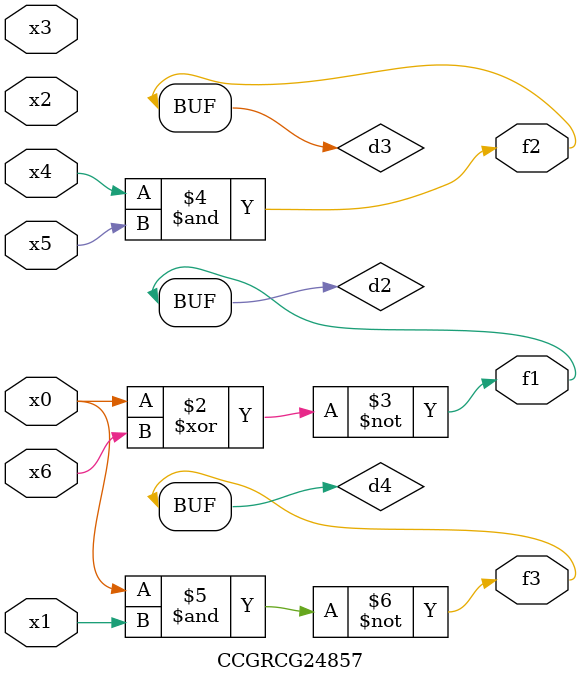
<source format=v>
module CCGRCG24857(
	input x0, x1, x2, x3, x4, x5, x6,
	output f1, f2, f3
);

	wire d1, d2, d3, d4;

	nor (d1, x0);
	xnor (d2, x0, x6);
	and (d3, x4, x5);
	nand (d4, x0, x1);
	assign f1 = d2;
	assign f2 = d3;
	assign f3 = d4;
endmodule

</source>
